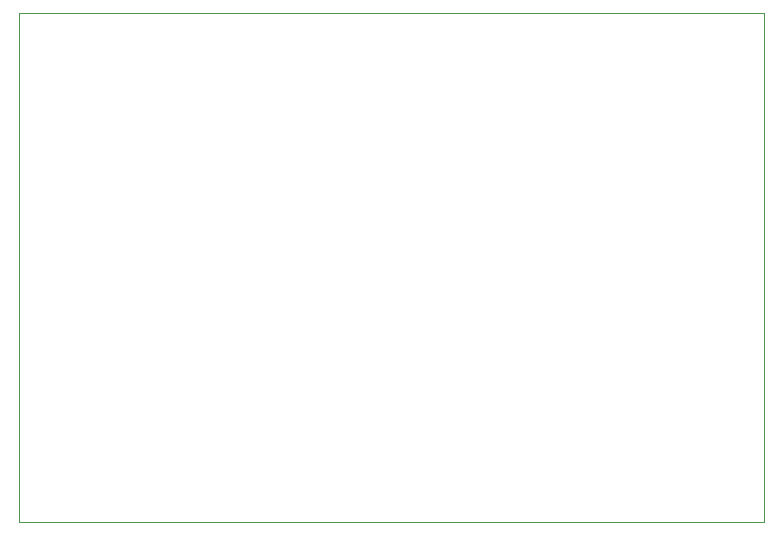
<source format=gbr>
%TF.GenerationSoftware,KiCad,Pcbnew,5.1.7-a382d34a8~88~ubuntu20.04.1*%
%TF.CreationDate,2020-12-22T17:38:33+00:00*%
%TF.ProjectId,DisplayBreakoutBoard,44697370-6c61-4794-9272-65616b6f7574,v1*%
%TF.SameCoordinates,Original*%
%TF.FileFunction,Legend,Bot*%
%TF.FilePolarity,Positive*%
%FSLAX46Y46*%
G04 Gerber Fmt 4.6, Leading zero omitted, Abs format (unit mm)*
G04 Created by KiCad (PCBNEW 5.1.7-a382d34a8~88~ubuntu20.04.1) date 2020-12-22 17:38:33*
%MOMM*%
%LPD*%
G01*
G04 APERTURE LIST*
%ADD10C,0.120000*%
G04 APERTURE END LIST*
D10*
X91550000Y-80750000D02*
X28500000Y-80750000D01*
X91550000Y-37700000D02*
X91550000Y-80750000D01*
X28500000Y-37700000D02*
X28500000Y-80750000D01*
X91550000Y-37700000D02*
X28500000Y-37700000D01*
M02*

</source>
